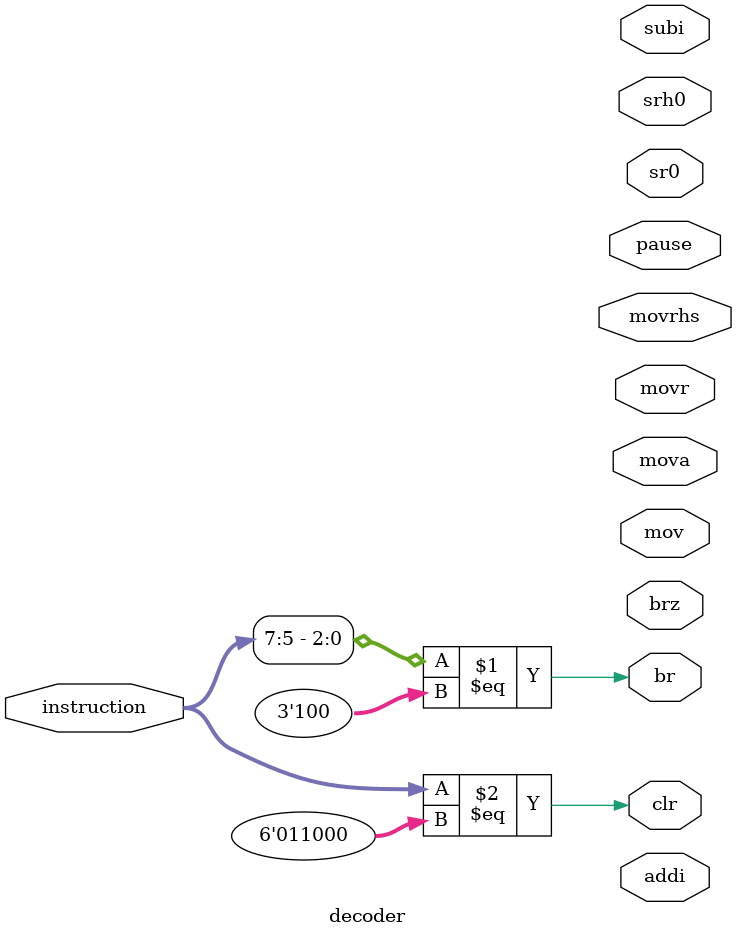
<source format=v>
module decoder (
	input [7:2] instruction,
	output br, brz, addi, subi, sr0, srh0, clr, mov, mova, movr, movrhs, pause
	);

assign br = (instruction[7:5] == 3'b100);
assign clr = (instruction[7:2] == 6'b011000);

//assign brz = (...);
//assign addi = (...);
//assign subi = (...);
//assign sr0 = (...);
//assign srh0 = (...);
//assign mov = (...);
//assign mova = (...);
//assign movr = (...);
//assign movrhs = (...);
//assign pause = (...);

endmodule

</source>
